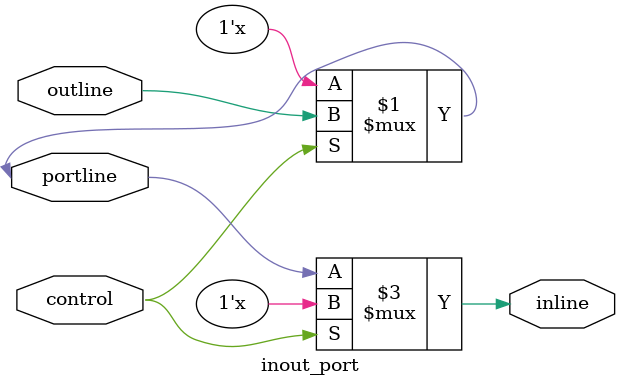
<source format=v>
module inout_port (
    input  wire outline ,       //data sent out
    input  wire control ,       //control to send or to receive
    output wire inline  ,       //data received
    inout  wire portline        //the port to send or receive data
);

//use two three-state gate to choose to send or to receive
assign portline =   control ? outline  : 1'bz;
assign inline   = ~ control ? portline : 1'bz;

endmodule

</source>
